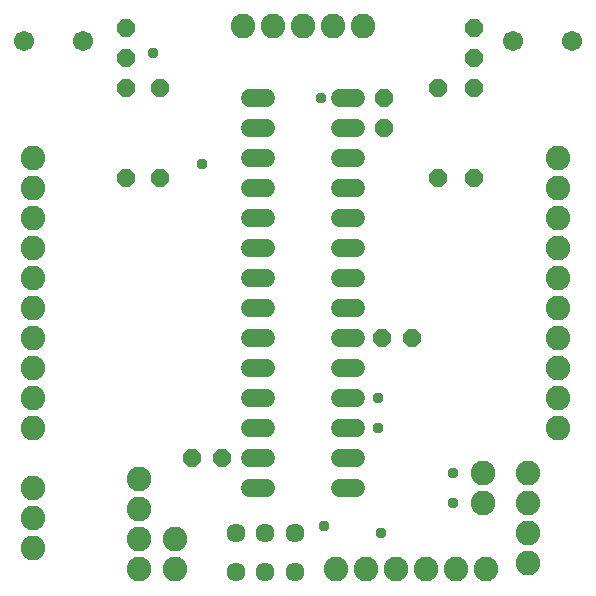
<source format=gbr>
G04 EAGLE Gerber RS-274X export*
G75*
%MOMM*%
%FSLAX34Y34*%
%LPD*%
%INSoldermask Top*%
%IPPOS*%
%AMOC8*
5,1,8,0,0,1.08239X$1,22.5*%
G01*
%ADD10P,1.649562X8X292.500000*%
%ADD11P,1.649562X8X22.500000*%
%ADD12P,1.649562X8X202.500000*%
%ADD13P,1.649562X8X112.500000*%
%ADD14C,2.082800*%
%ADD15C,1.611200*%
%ADD16C,1.711200*%
%ADD17C,1.524000*%
%ADD18C,0.959600*%


D10*
X322580Y419100D03*
X322580Y393700D03*
D11*
X321310Y215900D03*
X346710Y215900D03*
D12*
X185420Y114300D03*
X160020Y114300D03*
D10*
X398780Y478790D03*
X398780Y453390D03*
X104140Y478790D03*
X104140Y453390D03*
D13*
X368300Y351790D03*
X368300Y427990D03*
X133350Y351790D03*
X133350Y427990D03*
D10*
X398780Y427990D03*
X398780Y351790D03*
X104140Y427990D03*
X104140Y351790D03*
D14*
X146050Y20320D03*
X146050Y45720D03*
X406400Y76200D03*
X469900Y368300D03*
X469900Y342900D03*
X469900Y317500D03*
X469900Y292100D03*
X469900Y266700D03*
X469900Y241300D03*
X469900Y215900D03*
X469900Y190500D03*
X469900Y165100D03*
X469900Y139700D03*
X25400Y241300D03*
X25400Y215900D03*
X25400Y190500D03*
X25400Y165100D03*
X25400Y139700D03*
X25400Y368300D03*
X25400Y342900D03*
X25400Y317500D03*
X25400Y292100D03*
X25400Y266700D03*
X25400Y63500D03*
X25400Y88900D03*
X25400Y38100D03*
X115570Y96520D03*
X115570Y71120D03*
X115570Y45720D03*
X115570Y20320D03*
D15*
X197250Y50800D03*
X222250Y50800D03*
X247250Y50800D03*
X197250Y17800D03*
X222250Y17800D03*
X247250Y17800D03*
D14*
X408940Y20320D03*
X383540Y20320D03*
X358140Y20320D03*
X332740Y20320D03*
X307340Y20320D03*
X281940Y20320D03*
X203200Y480060D03*
X228600Y480060D03*
X254000Y480060D03*
X279400Y480060D03*
X304800Y480060D03*
X444500Y101600D03*
X444500Y76200D03*
X444500Y50800D03*
X444500Y25400D03*
D16*
X432200Y467360D03*
X482200Y467360D03*
X68180Y467360D03*
X18180Y467360D03*
D14*
X406400Y101600D03*
D17*
X222504Y419100D02*
X209296Y419100D01*
X209296Y393700D02*
X222504Y393700D01*
X222504Y368300D02*
X209296Y368300D01*
X209296Y342900D02*
X222504Y342900D01*
X222504Y317500D02*
X209296Y317500D01*
X209296Y292100D02*
X222504Y292100D01*
X222504Y266700D02*
X209296Y266700D01*
X209296Y241300D02*
X222504Y241300D01*
X222504Y215900D02*
X209296Y215900D01*
X209296Y190500D02*
X222504Y190500D01*
X222504Y165100D02*
X209296Y165100D01*
X209296Y139700D02*
X222504Y139700D01*
X222504Y114300D02*
X209296Y114300D01*
X209296Y88900D02*
X222504Y88900D01*
X285496Y88900D02*
X298704Y88900D01*
X298704Y114300D02*
X285496Y114300D01*
X285496Y139700D02*
X298704Y139700D01*
X298704Y165100D02*
X285496Y165100D01*
X285496Y190500D02*
X298704Y190500D01*
X298704Y215900D02*
X285496Y215900D01*
X285496Y241300D02*
X298704Y241300D01*
X298704Y266700D02*
X285496Y266700D01*
X285496Y292100D02*
X298704Y292100D01*
X298704Y317500D02*
X285496Y317500D01*
X285496Y342900D02*
X298704Y342900D01*
X298704Y368300D02*
X285496Y368300D01*
X285496Y393700D02*
X298704Y393700D01*
X298704Y419100D02*
X285496Y419100D01*
D18*
X127000Y457200D03*
X269240Y419100D03*
X168910Y363220D03*
X317500Y165100D03*
X381000Y101600D03*
X317500Y139700D03*
X381000Y76200D03*
X271780Y57150D03*
X320040Y50800D03*
M02*

</source>
